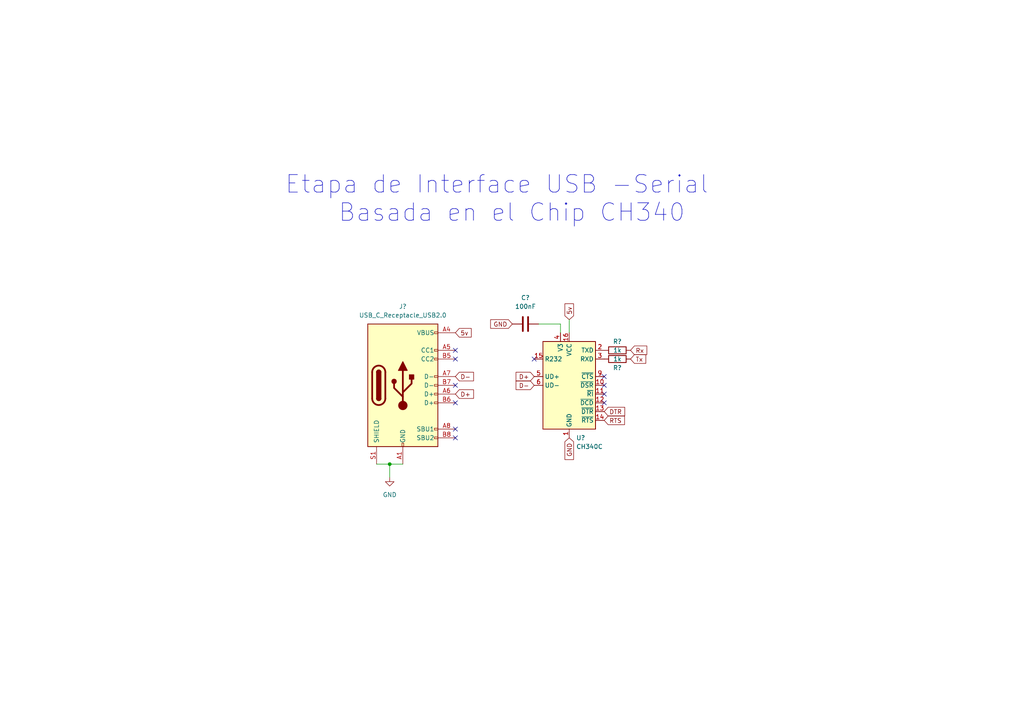
<source format=kicad_sch>
(kicad_sch (version 20211123) (generator eeschema)
  (paper "A4")
  (lib_symbols
    (symbol "Connector:USB_C_Receptacle_USB2.0" (pin_names (offset 1.016))
      (property "Reference" "J" (at -10.16 19.05 0))
      (property "Value" "USB_C_Receptacle_USB2.0" (at 19.05 19.05 0))
      (symbol "USB_C_Receptacle_USB2.0_0_0"
        (rectangle (start -0.254 -17.78) (end 0.254 -16.764))
        (rectangle (start 10.16 -14.986) (end 9.144 -15.494))
        (rectangle (start 10.16 -12.446) (end 9.144 -12.954))
        (rectangle (start 10.16 -4.826) (end 9.144 -5.334))
        (rectangle (start 10.16 -2.286) (end 9.144 -2.794))
        (rectangle (start 10.16 0.254) (end 9.144 -0.254))
        (rectangle (start 10.16 2.794) (end 9.144 2.286))
        (rectangle (start 10.16 7.874) (end 9.144 7.366))
        (rectangle (start 10.16 10.414) (end 9.144 9.906))
        (rectangle (start 10.16 15.494) (end 9.144 14.986))
      )
      (symbol "USB_C_Receptacle_USB2.0_0_1"
        (rectangle (start -10.16 17.78) (end 10.16 -17.78) (stroke (width 0.254)) (fill (type background)))
        (arc (start -8.89 -3.81) (mid -6.985 -5.715) (end -5.08 -3.81) (stroke (width 0.508)))
        (arc (start -7.62 -3.81) (mid -6.985 -4.445) (end -6.35 -3.81) (stroke (width 0.254)))
        (arc (start -7.62 -3.81) (mid -6.985 -4.445) (end -6.35 -3.81) (stroke (width 0.254)) (fill (type outline)))
        (rectangle (start -7.62 -3.81) (end -6.35 3.81) (stroke (width 0.254)) (fill (type outline)))
        (arc (start -6.35 3.81) (mid -6.985 4.445) (end -7.62 3.81) (stroke (width 0.254)))
        (arc (start -6.35 3.81) (mid -6.985 4.445) (end -7.62 3.81) (stroke (width 0.254)) (fill (type outline)))
        (arc (start -5.08 3.81) (mid -6.985 5.715) (end -8.89 3.81) (stroke (width 0.508)))
        (circle (center -2.54 1.143) (radius 0.635) (stroke (width 0.254)) (fill (type outline)))
        (circle (center 0 -5.842) (radius 1.27) (fill (type outline)))
        (polyline (pts (xy -8.89 -3.81) (xy -8.89 3.81)) (stroke (width 0.508)))
        (polyline (pts (xy -5.08 3.81) (xy -5.08 -3.81)) (stroke (width 0.508)))
        (polyline (pts (xy 0 -5.842) (xy 0 4.318)) (stroke (width 0.508)))
        (polyline (pts (xy 0 -3.302) (xy -2.54 -0.762) (xy -2.54 0.508)) (stroke (width 0.508)))
        (polyline (pts (xy 0 -2.032) (xy 2.54 0.508) (xy 2.54 1.778)) (stroke (width 0.508)))
        (polyline (pts (xy -1.27 4.318) (xy 0 6.858) (xy 1.27 4.318) (xy -1.27 4.318)) (stroke (width 0.254)) (fill (type outline)))
        (rectangle (start 1.905 1.778) (end 3.175 3.048) (stroke (width 0.254)) (fill (type outline)))
      )
      (symbol "USB_C_Receptacle_USB2.0_1_1"
        (pin passive line (at 0 -22.86 90) (length 5.08) (name "GND") (number "A1"))
        (pin passive line (at 0 -22.86 90) (length 5.08) hide (name "GND") (number "A12"))
        (pin passive line (at 15.24 15.24 180) (length 5.08) (name "VBUS") (number "A4"))
        (pin bidirectional line (at 15.24 10.16 180) (length 5.08) (name "CC1") (number "A5"))
        (pin bidirectional line (at 15.24 -2.54 180) (length 5.08) (name "D+") (number "A6"))
        (pin bidirectional line (at 15.24 2.54 180) (length 5.08) (name "D-") (number "A7"))
        (pin bidirectional line (at 15.24 -12.7 180) (length 5.08) (name "SBU1") (number "A8"))
        (pin passive line (at 15.24 15.24 180) (length 5.08) hide (name "VBUS") (number "A9"))
        (pin passive line (at 0 -22.86 90) (length 5.08) hide (name "GND") (number "B1"))
        (pin passive line (at 0 -22.86 90) (length 5.08) hide (name "GND") (number "B12"))
        (pin passive line (at 15.24 15.24 180) (length 5.08) hide (name "VBUS") (number "B4"))
        (pin bidirectional line (at 15.24 7.62 180) (length 5.08) (name "CC2") (number "B5"))
        (pin bidirectional line (at 15.24 -5.08 180) (length 5.08) (name "D+") (number "B6"))
        (pin bidirectional line (at 15.24 0 180) (length 5.08) (name "D-") (number "B7"))
        (pin bidirectional line (at 15.24 -15.24 180) (length 5.08) (name "SBU2") (number "B8"))
        (pin passive line (at 15.24 15.24 180) (length 5.08) hide (name "VBUS") (number "B9"))
        (pin passive line (at -7.62 -22.86 90) (length 5.08) (name "SHIELD") (number "S1"))
      )
    )
    (symbol "Device:C" (pin_numbers hide) (pin_names (offset 0.254))
      (property "Reference" "C" (at 0.635 2.54 0))
      (property "Value" "C" (at 0.635 -2.54 0))
      (symbol "C_0_1"
        (polyline (pts (xy -2.032 -0.762) (xy 2.032 -0.762)) (stroke (width 0.508)))
        (polyline (pts (xy -2.032 0.762) (xy 2.032 0.762)) (stroke (width 0.508)))
      )
      (symbol "C_1_1"
        (pin passive line (at 0 3.81 270) (length 2.794) (name "~") (number "1"))
        (pin passive line (at 0 -3.81 90) (length 2.794) (name "~") (number "2"))
      )
    )
    (symbol "Device:R" (pin_numbers hide) (pin_names (offset 0))
      (property "Reference" "R" (at 2.032 0 90))
      (property "Value" "R" (at 0 0 90))
      (symbol "R_0_1"
        (rectangle (start -1.016 -2.54) (end 1.016 2.54) (stroke (width 0.254)))
      )
      (symbol "R_1_1"
        (pin passive line (at 0 3.81 270) (length 1.27) (name "~") (number "1"))
        (pin passive line (at 0 -3.81 90) (length 1.27) (name "~") (number "2"))
      )
    )
    (symbol "Interface_USB:CH340C"
      (property "Reference" "U" (at -5.08 13.97 0))
      (property "Value" "CH340C" (at 1.27 13.97 0))
      (symbol "CH340C_0_1"
        (rectangle (start -7.62 12.7) (end 7.62 -12.7) (stroke (width 0.254)) (fill (type background)))
      )
      (symbol "CH340C_1_1"
        (pin power_in line (at 0 -15.24 90) (length 2.54) (name "GND") (number "1"))
        (pin input line (at 10.16 0 180) (length 2.54) (name "~{DSR}") (number "10"))
        (pin input line (at 10.16 -2.54 180) (length 2.54) (name "~{RI}") (number "11"))
        (pin input line (at 10.16 -5.08 180) (length 2.54) (name "~{DCD}") (number "12"))
        (pin output line (at 10.16 -7.62 180) (length 2.54) (name "~{DTR}") (number "13"))
        (pin output line (at 10.16 -10.16 180) (length 2.54) (name "~{RTS}") (number "14"))
        (pin input line (at -10.16 7.62 0) (length 2.54) (name "R232") (number "15"))
        (pin power_in line (at 0 15.24 270) (length 2.54) (name "VCC") (number "16"))
        (pin output line (at 10.16 10.16 180) (length 2.54) (name "TXD") (number "2"))
        (pin input line (at 10.16 7.62 180) (length 2.54) (name "RXD") (number "3"))
        (pin passive line (at -2.54 15.24 270) (length 2.54) (name "V3") (number "4"))
        (pin bidirectional line (at -10.16 2.54 0) (length 2.54) (name "UD+") (number "5"))
        (pin bidirectional line (at -10.16 0 0) (length 2.54) (name "UD-") (number "6"))
        (pin no_connect line (at -7.62 -7.62 0) (length 2.54) hide (name "NC") (number "7"))
        (pin no_connect line (at -7.62 -10.16 0) (length 2.54) hide (name "NC") (number "8"))
        (pin input line (at 10.16 2.54 180) (length 2.54) (name "~{CTS}") (number "9"))
      )
    )
    (symbol "power:GND" (power) (pin_names (offset 0))
      (property "Value" "GND" (at 0 -3.81 0))
      (symbol "GND_0_1"
        (polyline (pts (xy 0 0) (xy 0 -1.27) (xy 1.27 -1.27) (xy 0 -2.54) (xy -1.27 -1.27) (xy 0 -1.27)))
      )
      (symbol "GND_1_1"
        (pin power_in line (at 0 0 270) (length 0) hide (name "GND") (number "1"))
      )
    )
  )
  (junction (at 113.03 134.62))
  (no_connect (at 132.08 104.14))
  (no_connect (at 132.08 111.76))
  (no_connect (at 154.94 104.14))
  (no_connect (at 175.26 111.76))
  (no_connect (at 132.08 124.46))
  (no_connect (at 175.26 116.84))
  (no_connect (at 132.08 127))
  (no_connect (at 175.26 114.3))
  (no_connect (at 175.26 109.22))
  (no_connect (at 132.08 101.6))
  (no_connect (at 132.08 116.84))
  (wire (pts (xy 162.56 93.98) (xy 162.56 96.52)))
  (wire (pts (xy 116.84 134.62) (xy 113.03 134.62)))
  (wire (pts (xy 165.1 92.71) (xy 165.1 96.52)))
  (wire (pts (xy 113.03 134.62) (xy 113.03 138.43)))
  (wire (pts (xy 156.21 93.98) (xy 162.56 93.98)))
  (wire (pts (xy 109.22 134.62) (xy 113.03 134.62)))
  (text "Etapa de Interface USB -Serial \n    Basada en el Chip CH340" (at 82.55 64.77 0) (effects (font (size 5.08 5.08)) (justify left bottom)))
  (global_label "5v" (shape input) (at 132.08 96.52 0) (property "Intersheet References" "${INTERSHEET_REFS}" (effects hide)))
  (global_label "Tx" (shape input) (at 182.88 104.14 0) (property "Intersheet References" "${INTERSHEET_REFS}" (effects hide)))
  (global_label "Rx" (shape input) (at 182.88 101.6 0) (property "Intersheet References" "${INTERSHEET_REFS}" (effects hide)))
  (global_label "D-" (shape input) (at 132.08 109.22 0) (property "Intersheet References" "${INTERSHEET_REFS}" (effects hide)))
  (global_label "D+" (shape input) (at 154.94 109.22 180) (property "Intersheet References" "${INTERSHEET_REFS}" (effects hide)))
  (global_label "5v" (shape input) (at 165.1 92.71 90) (property "Intersheet References" "${INTERSHEET_REFS}" (effects hide)))
  (global_label "DTR" (shape input) (at 175.26 119.38 0) (property "Intersheet References" "${INTERSHEET_REFS}" (effects hide)))
  (global_label "GND" (shape input) (at 148.59 93.98 180) (property "Intersheet References" "${INTERSHEET_REFS}" (effects hide)))
  (global_label "RTS" (shape input) (at 175.26 121.92 0) (property "Intersheet References" "${INTERSHEET_REFS}" (effects hide)))
  (global_label "D-" (shape input) (at 154.94 111.76 180) (property "Intersheet References" "${INTERSHEET_REFS}" (effects hide)))
  (global_label "GND" (shape input) (at 165.1 127 270) (property "Intersheet References" "${INTERSHEET_REFS}" (effects hide)))
  (global_label "D+" (shape input) (at 132.08 114.3 0) (property "Intersheet References" "${INTERSHEET_REFS}" (effects hide)))
  (symbol (lib_id "Connector:USB_C_Receptacle_USB2.0") (at 116.84 111.76 0) (unit 1)
    (property "Reference" "J?" (at 116.84 88.9 0))
    (property "Value" "USB_C_Receptacle_USB2.0" (at 116.84 91.44 0))
    (property "Footprint" "Connector_USB:USB_C_Receptacle_HRO_TYPE-C-31-M-12" (effects hide))
    (property "Datasheet" "https://www.usb.org/sites/default/files/documents/usb_type-c.zip" (effects hide))
  )
  (symbol (lib_id "Interface_USB:CH340C") (at 165.1 111.76 0) (unit 1)
    (property "Reference" "U?" (at 167.1194 127 0) (effects (justify left)))
    (property "Value" "CH340C" (at 167.1194 129.54 0) (effects (justify left)))
    (property "Footprint" "Package_SO:SOIC-16_3.9x9.9mm_P1.27mm" (effects hide))
    (property "Datasheet" "https://datasheet.lcsc.com/szlcsc/Jiangsu-Qin-Heng-CH340C_C84681.pdf" (effects hide))
  )
  (symbol (lib_id "Device:R") (at 179.07 104.14 90) (unit 1)
    (property "Reference" "R?" (at 179.07 106.68 90))
    (property "Value" "1k" (at 179.07 104.14 90))
    (property "Footprint" "Resistor_SMD:R_0603_1608Metric_Pad0.98x0.95mm_HandSolder" (effects hide))
  )
  (symbol (lib_id "Device:R") (at 179.07 101.6 90) (unit 1)
    (property "Reference" "R?" (at 179.07 99.06 90))
    (property "Value" "1k" (at 179.07 101.6 90))
    (property "Footprint" "Resistor_SMD:R_0603_1608Metric_Pad0.98x0.95mm_HandSolder" (effects hide))
  )
  (symbol (lib_id "power:GND") (at 113.03 138.43 0) (unit 1)
    (property "Reference" "#PWR?" (effects hide))
    (property "Value" "GND" (at 113.03 143.51 0))
  )
  (symbol (lib_id "Device:C") (at 152.4 93.98 90) (unit 1)
    (property "Reference" "C?" (at 152.4 86.36 90))
    (property "Value" "100nF" (at 152.4 88.9 90))
    (property "Footprint" "Capacitor_SMD:C_0402_1005Metric" (effects hide))
  )
)
</source>
